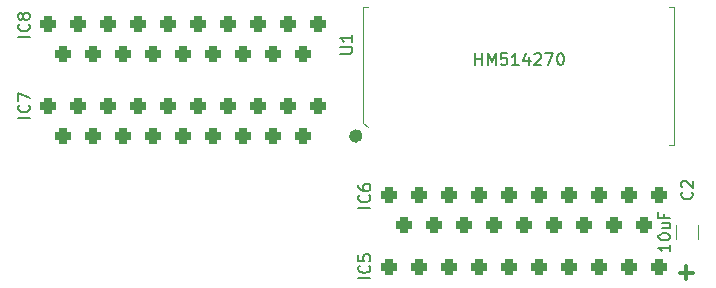
<source format=gto>
G04 #@! TF.GenerationSoftware,KiCad,Pcbnew,7.0.2-0*
G04 #@! TF.CreationDate,2023-08-19T01:30:15+02:00*
G04 #@! TF.ProjectId,MegaCD,4d656761-4344-42e6-9b69-6361645f7063,rev?*
G04 #@! TF.SameCoordinates,Original*
G04 #@! TF.FileFunction,Legend,Top*
G04 #@! TF.FilePolarity,Positive*
%FSLAX46Y46*%
G04 Gerber Fmt 4.6, Leading zero omitted, Abs format (unit mm)*
G04 Created by KiCad (PCBNEW 7.0.2-0) date 2023-08-19 01:30:15*
%MOMM*%
%LPD*%
G01*
G04 APERTURE LIST*
G04 Aperture macros list*
%AMRoundRect*
0 Rectangle with rounded corners*
0 $1 Rounding radius*
0 $2 $3 $4 $5 $6 $7 $8 $9 X,Y pos of 4 corners*
0 Add a 4 corners polygon primitive as box body*
4,1,4,$2,$3,$4,$5,$6,$7,$8,$9,$2,$3,0*
0 Add four circle primitives for the rounded corners*
1,1,$1+$1,$2,$3*
1,1,$1+$1,$4,$5*
1,1,$1+$1,$6,$7*
1,1,$1+$1,$8,$9*
0 Add four rect primitives between the rounded corners*
20,1,$1+$1,$2,$3,$4,$5,0*
20,1,$1+$1,$4,$5,$6,$7,0*
20,1,$1+$1,$6,$7,$8,$9,0*
20,1,$1+$1,$8,$9,$2,$3,0*%
G04 Aperture macros list end*
%ADD10C,0.300000*%
%ADD11C,0.150000*%
%ADD12C,0.200000*%
%ADD13C,0.120000*%
%ADD14C,0.100000*%
%ADD15C,0.558000*%
%ADD16R,1.400000X1.300000*%
%ADD17RoundRect,0.325000X0.375000X-0.325000X0.375000X0.325000X-0.375000X0.325000X-0.375000X-0.325000X0*%
%ADD18C,1.600000*%
%ADD19R,0.700000X3.400000*%
G04 APERTURE END LIST*
D10*
X174093142Y-128785000D02*
X175236000Y-128785000D01*
X174664571Y-129356428D02*
X174664571Y-128213571D01*
D11*
X119080619Y-115657189D02*
X118080619Y-115657189D01*
X118985380Y-114609571D02*
X119033000Y-114657190D01*
X119033000Y-114657190D02*
X119080619Y-114800047D01*
X119080619Y-114800047D02*
X119080619Y-114895285D01*
X119080619Y-114895285D02*
X119033000Y-115038142D01*
X119033000Y-115038142D02*
X118937761Y-115133380D01*
X118937761Y-115133380D02*
X118842523Y-115180999D01*
X118842523Y-115180999D02*
X118652047Y-115228618D01*
X118652047Y-115228618D02*
X118509190Y-115228618D01*
X118509190Y-115228618D02*
X118318714Y-115180999D01*
X118318714Y-115180999D02*
X118223476Y-115133380D01*
X118223476Y-115133380D02*
X118128238Y-115038142D01*
X118128238Y-115038142D02*
X118080619Y-114895285D01*
X118080619Y-114895285D02*
X118080619Y-114800047D01*
X118080619Y-114800047D02*
X118128238Y-114657190D01*
X118128238Y-114657190D02*
X118175857Y-114609571D01*
X118080619Y-114276237D02*
X118080619Y-113609571D01*
X118080619Y-113609571D02*
X119080619Y-114038142D01*
X175119380Y-121959666D02*
X175167000Y-122007285D01*
X175167000Y-122007285D02*
X175214619Y-122150142D01*
X175214619Y-122150142D02*
X175214619Y-122245380D01*
X175214619Y-122245380D02*
X175167000Y-122388237D01*
X175167000Y-122388237D02*
X175071761Y-122483475D01*
X175071761Y-122483475D02*
X174976523Y-122531094D01*
X174976523Y-122531094D02*
X174786047Y-122578713D01*
X174786047Y-122578713D02*
X174643190Y-122578713D01*
X174643190Y-122578713D02*
X174452714Y-122531094D01*
X174452714Y-122531094D02*
X174357476Y-122483475D01*
X174357476Y-122483475D02*
X174262238Y-122388237D01*
X174262238Y-122388237D02*
X174214619Y-122245380D01*
X174214619Y-122245380D02*
X174214619Y-122150142D01*
X174214619Y-122150142D02*
X174262238Y-122007285D01*
X174262238Y-122007285D02*
X174309857Y-121959666D01*
X174309857Y-121578713D02*
X174262238Y-121531094D01*
X174262238Y-121531094D02*
X174214619Y-121435856D01*
X174214619Y-121435856D02*
X174214619Y-121197761D01*
X174214619Y-121197761D02*
X174262238Y-121102523D01*
X174262238Y-121102523D02*
X174309857Y-121054904D01*
X174309857Y-121054904D02*
X174405095Y-121007285D01*
X174405095Y-121007285D02*
X174500333Y-121007285D01*
X174500333Y-121007285D02*
X174643190Y-121054904D01*
X174643190Y-121054904D02*
X175214619Y-121626332D01*
X175214619Y-121626332D02*
X175214619Y-121007285D01*
X173309619Y-126420428D02*
X173309619Y-126991856D01*
X173309619Y-126706142D02*
X172309619Y-126706142D01*
X172309619Y-126706142D02*
X172452476Y-126801380D01*
X172452476Y-126801380D02*
X172547714Y-126896618D01*
X172547714Y-126896618D02*
X172595333Y-126991856D01*
X172309619Y-125801380D02*
X172309619Y-125706142D01*
X172309619Y-125706142D02*
X172357238Y-125610904D01*
X172357238Y-125610904D02*
X172404857Y-125563285D01*
X172404857Y-125563285D02*
X172500095Y-125515666D01*
X172500095Y-125515666D02*
X172690571Y-125468047D01*
X172690571Y-125468047D02*
X172928666Y-125468047D01*
X172928666Y-125468047D02*
X173119142Y-125515666D01*
X173119142Y-125515666D02*
X173214380Y-125563285D01*
X173214380Y-125563285D02*
X173262000Y-125610904D01*
X173262000Y-125610904D02*
X173309619Y-125706142D01*
X173309619Y-125706142D02*
X173309619Y-125801380D01*
X173309619Y-125801380D02*
X173262000Y-125896618D01*
X173262000Y-125896618D02*
X173214380Y-125944237D01*
X173214380Y-125944237D02*
X173119142Y-125991856D01*
X173119142Y-125991856D02*
X172928666Y-126039475D01*
X172928666Y-126039475D02*
X172690571Y-126039475D01*
X172690571Y-126039475D02*
X172500095Y-125991856D01*
X172500095Y-125991856D02*
X172404857Y-125944237D01*
X172404857Y-125944237D02*
X172357238Y-125896618D01*
X172357238Y-125896618D02*
X172309619Y-125801380D01*
X172642952Y-124610904D02*
X173309619Y-124610904D01*
X172642952Y-125039475D02*
X173166761Y-125039475D01*
X173166761Y-125039475D02*
X173262000Y-124991856D01*
X173262000Y-124991856D02*
X173309619Y-124896618D01*
X173309619Y-124896618D02*
X173309619Y-124753761D01*
X173309619Y-124753761D02*
X173262000Y-124658523D01*
X173262000Y-124658523D02*
X173214380Y-124610904D01*
X172785809Y-123801380D02*
X172785809Y-124134713D01*
X173309619Y-124134713D02*
X172309619Y-124134713D01*
X172309619Y-124134713D02*
X172309619Y-123658523D01*
X147909619Y-123277189D02*
X146909619Y-123277189D01*
X147814380Y-122229571D02*
X147862000Y-122277190D01*
X147862000Y-122277190D02*
X147909619Y-122420047D01*
X147909619Y-122420047D02*
X147909619Y-122515285D01*
X147909619Y-122515285D02*
X147862000Y-122658142D01*
X147862000Y-122658142D02*
X147766761Y-122753380D01*
X147766761Y-122753380D02*
X147671523Y-122800999D01*
X147671523Y-122800999D02*
X147481047Y-122848618D01*
X147481047Y-122848618D02*
X147338190Y-122848618D01*
X147338190Y-122848618D02*
X147147714Y-122800999D01*
X147147714Y-122800999D02*
X147052476Y-122753380D01*
X147052476Y-122753380D02*
X146957238Y-122658142D01*
X146957238Y-122658142D02*
X146909619Y-122515285D01*
X146909619Y-122515285D02*
X146909619Y-122420047D01*
X146909619Y-122420047D02*
X146957238Y-122277190D01*
X146957238Y-122277190D02*
X147004857Y-122229571D01*
X146909619Y-121372428D02*
X146909619Y-121562904D01*
X146909619Y-121562904D02*
X146957238Y-121658142D01*
X146957238Y-121658142D02*
X147004857Y-121705761D01*
X147004857Y-121705761D02*
X147147714Y-121800999D01*
X147147714Y-121800999D02*
X147338190Y-121848618D01*
X147338190Y-121848618D02*
X147719142Y-121848618D01*
X147719142Y-121848618D02*
X147814380Y-121800999D01*
X147814380Y-121800999D02*
X147862000Y-121753380D01*
X147862000Y-121753380D02*
X147909619Y-121658142D01*
X147909619Y-121658142D02*
X147909619Y-121467666D01*
X147909619Y-121467666D02*
X147862000Y-121372428D01*
X147862000Y-121372428D02*
X147814380Y-121324809D01*
X147814380Y-121324809D02*
X147719142Y-121277190D01*
X147719142Y-121277190D02*
X147481047Y-121277190D01*
X147481047Y-121277190D02*
X147385809Y-121324809D01*
X147385809Y-121324809D02*
X147338190Y-121372428D01*
X147338190Y-121372428D02*
X147290571Y-121467666D01*
X147290571Y-121467666D02*
X147290571Y-121658142D01*
X147290571Y-121658142D02*
X147338190Y-121753380D01*
X147338190Y-121753380D02*
X147385809Y-121800999D01*
X147385809Y-121800999D02*
X147481047Y-121848618D01*
D12*
X145385619Y-110235904D02*
X146195142Y-110235904D01*
X146195142Y-110235904D02*
X146290380Y-110188285D01*
X146290380Y-110188285D02*
X146338000Y-110140666D01*
X146338000Y-110140666D02*
X146385619Y-110045428D01*
X146385619Y-110045428D02*
X146385619Y-109854952D01*
X146385619Y-109854952D02*
X146338000Y-109759714D01*
X146338000Y-109759714D02*
X146290380Y-109712095D01*
X146290380Y-109712095D02*
X146195142Y-109664476D01*
X146195142Y-109664476D02*
X145385619Y-109664476D01*
X146385619Y-108664476D02*
X146385619Y-109235904D01*
X146385619Y-108950190D02*
X145385619Y-108950190D01*
X145385619Y-108950190D02*
X145528476Y-109045428D01*
X145528476Y-109045428D02*
X145623714Y-109140666D01*
X145623714Y-109140666D02*
X145671333Y-109235904D01*
D11*
X156813714Y-111206619D02*
X156813714Y-110206619D01*
X156813714Y-110682809D02*
X157385142Y-110682809D01*
X157385142Y-111206619D02*
X157385142Y-110206619D01*
X157861333Y-111206619D02*
X157861333Y-110206619D01*
X157861333Y-110206619D02*
X158194666Y-110920904D01*
X158194666Y-110920904D02*
X158527999Y-110206619D01*
X158527999Y-110206619D02*
X158527999Y-111206619D01*
X159480380Y-110206619D02*
X159004190Y-110206619D01*
X159004190Y-110206619D02*
X158956571Y-110682809D01*
X158956571Y-110682809D02*
X159004190Y-110635190D01*
X159004190Y-110635190D02*
X159099428Y-110587571D01*
X159099428Y-110587571D02*
X159337523Y-110587571D01*
X159337523Y-110587571D02*
X159432761Y-110635190D01*
X159432761Y-110635190D02*
X159480380Y-110682809D01*
X159480380Y-110682809D02*
X159527999Y-110778047D01*
X159527999Y-110778047D02*
X159527999Y-111016142D01*
X159527999Y-111016142D02*
X159480380Y-111111380D01*
X159480380Y-111111380D02*
X159432761Y-111159000D01*
X159432761Y-111159000D02*
X159337523Y-111206619D01*
X159337523Y-111206619D02*
X159099428Y-111206619D01*
X159099428Y-111206619D02*
X159004190Y-111159000D01*
X159004190Y-111159000D02*
X158956571Y-111111380D01*
X160480380Y-111206619D02*
X159908952Y-111206619D01*
X160194666Y-111206619D02*
X160194666Y-110206619D01*
X160194666Y-110206619D02*
X160099428Y-110349476D01*
X160099428Y-110349476D02*
X160004190Y-110444714D01*
X160004190Y-110444714D02*
X159908952Y-110492333D01*
X161337523Y-110539952D02*
X161337523Y-111206619D01*
X161099428Y-110159000D02*
X160861333Y-110873285D01*
X160861333Y-110873285D02*
X161480380Y-110873285D01*
X161813714Y-110301857D02*
X161861333Y-110254238D01*
X161861333Y-110254238D02*
X161956571Y-110206619D01*
X161956571Y-110206619D02*
X162194666Y-110206619D01*
X162194666Y-110206619D02*
X162289904Y-110254238D01*
X162289904Y-110254238D02*
X162337523Y-110301857D01*
X162337523Y-110301857D02*
X162385142Y-110397095D01*
X162385142Y-110397095D02*
X162385142Y-110492333D01*
X162385142Y-110492333D02*
X162337523Y-110635190D01*
X162337523Y-110635190D02*
X161766095Y-111206619D01*
X161766095Y-111206619D02*
X162385142Y-111206619D01*
X162718476Y-110206619D02*
X163385142Y-110206619D01*
X163385142Y-110206619D02*
X162956571Y-111206619D01*
X163956571Y-110206619D02*
X164051809Y-110206619D01*
X164051809Y-110206619D02*
X164147047Y-110254238D01*
X164147047Y-110254238D02*
X164194666Y-110301857D01*
X164194666Y-110301857D02*
X164242285Y-110397095D01*
X164242285Y-110397095D02*
X164289904Y-110587571D01*
X164289904Y-110587571D02*
X164289904Y-110825666D01*
X164289904Y-110825666D02*
X164242285Y-111016142D01*
X164242285Y-111016142D02*
X164194666Y-111111380D01*
X164194666Y-111111380D02*
X164147047Y-111159000D01*
X164147047Y-111159000D02*
X164051809Y-111206619D01*
X164051809Y-111206619D02*
X163956571Y-111206619D01*
X163956571Y-111206619D02*
X163861333Y-111159000D01*
X163861333Y-111159000D02*
X163813714Y-111111380D01*
X163813714Y-111111380D02*
X163766095Y-111016142D01*
X163766095Y-111016142D02*
X163718476Y-110825666D01*
X163718476Y-110825666D02*
X163718476Y-110587571D01*
X163718476Y-110587571D02*
X163766095Y-110397095D01*
X163766095Y-110397095D02*
X163813714Y-110301857D01*
X163813714Y-110301857D02*
X163861333Y-110254238D01*
X163861333Y-110254238D02*
X163956571Y-110206619D01*
X119080619Y-108799189D02*
X118080619Y-108799189D01*
X118985380Y-107751571D02*
X119033000Y-107799190D01*
X119033000Y-107799190D02*
X119080619Y-107942047D01*
X119080619Y-107942047D02*
X119080619Y-108037285D01*
X119080619Y-108037285D02*
X119033000Y-108180142D01*
X119033000Y-108180142D02*
X118937761Y-108275380D01*
X118937761Y-108275380D02*
X118842523Y-108322999D01*
X118842523Y-108322999D02*
X118652047Y-108370618D01*
X118652047Y-108370618D02*
X118509190Y-108370618D01*
X118509190Y-108370618D02*
X118318714Y-108322999D01*
X118318714Y-108322999D02*
X118223476Y-108275380D01*
X118223476Y-108275380D02*
X118128238Y-108180142D01*
X118128238Y-108180142D02*
X118080619Y-108037285D01*
X118080619Y-108037285D02*
X118080619Y-107942047D01*
X118080619Y-107942047D02*
X118128238Y-107799190D01*
X118128238Y-107799190D02*
X118175857Y-107751571D01*
X118509190Y-107180142D02*
X118461571Y-107275380D01*
X118461571Y-107275380D02*
X118413952Y-107322999D01*
X118413952Y-107322999D02*
X118318714Y-107370618D01*
X118318714Y-107370618D02*
X118271095Y-107370618D01*
X118271095Y-107370618D02*
X118175857Y-107322999D01*
X118175857Y-107322999D02*
X118128238Y-107275380D01*
X118128238Y-107275380D02*
X118080619Y-107180142D01*
X118080619Y-107180142D02*
X118080619Y-106989666D01*
X118080619Y-106989666D02*
X118128238Y-106894428D01*
X118128238Y-106894428D02*
X118175857Y-106846809D01*
X118175857Y-106846809D02*
X118271095Y-106799190D01*
X118271095Y-106799190D02*
X118318714Y-106799190D01*
X118318714Y-106799190D02*
X118413952Y-106846809D01*
X118413952Y-106846809D02*
X118461571Y-106894428D01*
X118461571Y-106894428D02*
X118509190Y-106989666D01*
X118509190Y-106989666D02*
X118509190Y-107180142D01*
X118509190Y-107180142D02*
X118556809Y-107275380D01*
X118556809Y-107275380D02*
X118604428Y-107322999D01*
X118604428Y-107322999D02*
X118699666Y-107370618D01*
X118699666Y-107370618D02*
X118890142Y-107370618D01*
X118890142Y-107370618D02*
X118985380Y-107322999D01*
X118985380Y-107322999D02*
X119033000Y-107275380D01*
X119033000Y-107275380D02*
X119080619Y-107180142D01*
X119080619Y-107180142D02*
X119080619Y-106989666D01*
X119080619Y-106989666D02*
X119033000Y-106894428D01*
X119033000Y-106894428D02*
X118985380Y-106846809D01*
X118985380Y-106846809D02*
X118890142Y-106799190D01*
X118890142Y-106799190D02*
X118699666Y-106799190D01*
X118699666Y-106799190D02*
X118604428Y-106846809D01*
X118604428Y-106846809D02*
X118556809Y-106894428D01*
X118556809Y-106894428D02*
X118509190Y-106989666D01*
X147909619Y-129246189D02*
X146909619Y-129246189D01*
X147814380Y-128198571D02*
X147862000Y-128246190D01*
X147862000Y-128246190D02*
X147909619Y-128389047D01*
X147909619Y-128389047D02*
X147909619Y-128484285D01*
X147909619Y-128484285D02*
X147862000Y-128627142D01*
X147862000Y-128627142D02*
X147766761Y-128722380D01*
X147766761Y-128722380D02*
X147671523Y-128769999D01*
X147671523Y-128769999D02*
X147481047Y-128817618D01*
X147481047Y-128817618D02*
X147338190Y-128817618D01*
X147338190Y-128817618D02*
X147147714Y-128769999D01*
X147147714Y-128769999D02*
X147052476Y-128722380D01*
X147052476Y-128722380D02*
X146957238Y-128627142D01*
X146957238Y-128627142D02*
X146909619Y-128484285D01*
X146909619Y-128484285D02*
X146909619Y-128389047D01*
X146909619Y-128389047D02*
X146957238Y-128246190D01*
X146957238Y-128246190D02*
X147004857Y-128198571D01*
X146909619Y-127293809D02*
X146909619Y-127769999D01*
X146909619Y-127769999D02*
X147385809Y-127817618D01*
X147385809Y-127817618D02*
X147338190Y-127769999D01*
X147338190Y-127769999D02*
X147290571Y-127674761D01*
X147290571Y-127674761D02*
X147290571Y-127436666D01*
X147290571Y-127436666D02*
X147338190Y-127341428D01*
X147338190Y-127341428D02*
X147385809Y-127293809D01*
X147385809Y-127293809D02*
X147481047Y-127246190D01*
X147481047Y-127246190D02*
X147719142Y-127246190D01*
X147719142Y-127246190D02*
X147814380Y-127293809D01*
X147814380Y-127293809D02*
X147862000Y-127341428D01*
X147862000Y-127341428D02*
X147909619Y-127436666D01*
X147909619Y-127436666D02*
X147909619Y-127674761D01*
X147909619Y-127674761D02*
X147862000Y-127769999D01*
X147862000Y-127769999D02*
X147814380Y-127817618D01*
D13*
X173832000Y-125978000D02*
X173832000Y-124720000D01*
X175672000Y-125978000D02*
X175672000Y-124720000D01*
D14*
X173228000Y-117983000D02*
X173609000Y-117983000D01*
X173609000Y-117983000D02*
X173609000Y-106299000D01*
X147320000Y-116078000D02*
X147701000Y-116459000D01*
X147320000Y-106299000D02*
X147320000Y-116078000D01*
X147701000Y-106299000D02*
X147320000Y-106299000D01*
X173228000Y-106299000D02*
X173609000Y-106299000D01*
D15*
X146964000Y-117221000D02*
G75*
G03*
X146964000Y-117221000I-279000J0D01*
G01*
%LPC*%
D16*
X119380000Y-117221000D03*
D17*
X120650000Y-114681000D03*
X121920000Y-117221000D03*
X123190000Y-114681000D03*
X124460000Y-117221000D03*
X125730000Y-114681000D03*
X127000000Y-117221000D03*
X128270000Y-114681000D03*
X129540000Y-117221000D03*
X130810000Y-114681000D03*
X132080000Y-117221000D03*
X133350000Y-114681000D03*
X134620000Y-117221000D03*
X135890000Y-114681000D03*
X137160000Y-117221000D03*
X138430000Y-114681000D03*
X139700000Y-117221000D03*
X140970000Y-114681000D03*
X142240000Y-117221000D03*
X143510000Y-114681000D03*
D18*
X174752000Y-126599000D03*
X174752000Y-124099000D03*
D16*
X148209000Y-124790200D03*
D17*
X149479000Y-122250200D03*
X150749000Y-124790200D03*
X152019000Y-122250200D03*
X153289000Y-124790200D03*
X154559000Y-122250200D03*
X155829000Y-124790200D03*
X157099000Y-122250200D03*
X158369000Y-124790200D03*
X159639000Y-122250200D03*
X160909000Y-124790200D03*
X162179000Y-122250200D03*
X163449000Y-124790200D03*
X164719000Y-122250200D03*
X165989000Y-124790200D03*
X167259000Y-122250200D03*
X168529000Y-124790200D03*
X169799000Y-122250200D03*
X171069000Y-124790200D03*
X172339000Y-122250200D03*
D19*
X148463000Y-117221000D03*
X149733000Y-117221000D03*
X151003000Y-117221000D03*
X152273000Y-117221000D03*
X153543000Y-117221000D03*
X154813000Y-117221000D03*
X156083000Y-117221000D03*
X157353000Y-117221000D03*
X158623000Y-117221000D03*
X159893000Y-117221000D03*
X161163000Y-117221000D03*
X162433000Y-117221000D03*
X163703000Y-117221000D03*
X164973000Y-117221000D03*
X166243000Y-117221000D03*
X167513000Y-117221000D03*
X168783000Y-117221000D03*
X170053000Y-117221000D03*
X171323000Y-117221000D03*
X172593000Y-117221000D03*
X172593000Y-107061000D03*
X171323000Y-107061000D03*
X170053000Y-107061000D03*
X168783000Y-107061000D03*
X167513000Y-107061000D03*
X166243000Y-107061000D03*
X164973000Y-107061000D03*
X163703000Y-107061000D03*
X162433000Y-107061000D03*
X161163000Y-107061000D03*
X159893000Y-107061000D03*
X158623000Y-107061000D03*
X157353000Y-107061000D03*
X156083000Y-107061000D03*
X154813000Y-107061000D03*
X153543000Y-107061000D03*
X152273000Y-107061000D03*
X151003000Y-107061000D03*
X149733000Y-107061000D03*
X148463000Y-107061000D03*
D16*
X119380000Y-110312200D03*
D17*
X120650000Y-107772200D03*
X121920000Y-110312200D03*
X123190000Y-107772200D03*
X124460000Y-110312200D03*
X125730000Y-107772200D03*
X127000000Y-110312200D03*
X128270000Y-107772200D03*
X129540000Y-110312200D03*
X130810000Y-107772200D03*
X132080000Y-110312200D03*
X133350000Y-107772200D03*
X134620000Y-110312200D03*
X135890000Y-107772200D03*
X137160000Y-110312200D03*
X138430000Y-107772200D03*
X139700000Y-110312200D03*
X140970000Y-107772200D03*
X142240000Y-110312200D03*
X143510000Y-107772200D03*
D16*
X148209000Y-130835400D03*
D17*
X149479000Y-128295400D03*
X150749000Y-130835400D03*
X152019000Y-128295400D03*
X153289000Y-130835400D03*
X154559000Y-128295400D03*
X155829000Y-130835400D03*
X157099000Y-128295400D03*
X158369000Y-130835400D03*
X159639000Y-128295400D03*
X160909000Y-130835400D03*
X162179000Y-128295400D03*
X163449000Y-130835400D03*
X164719000Y-128295400D03*
X165989000Y-130835400D03*
X167259000Y-128295400D03*
X168529000Y-130835400D03*
X169799000Y-128295400D03*
X171069000Y-130835400D03*
X172339000Y-128295400D03*
%LPD*%
M02*

</source>
